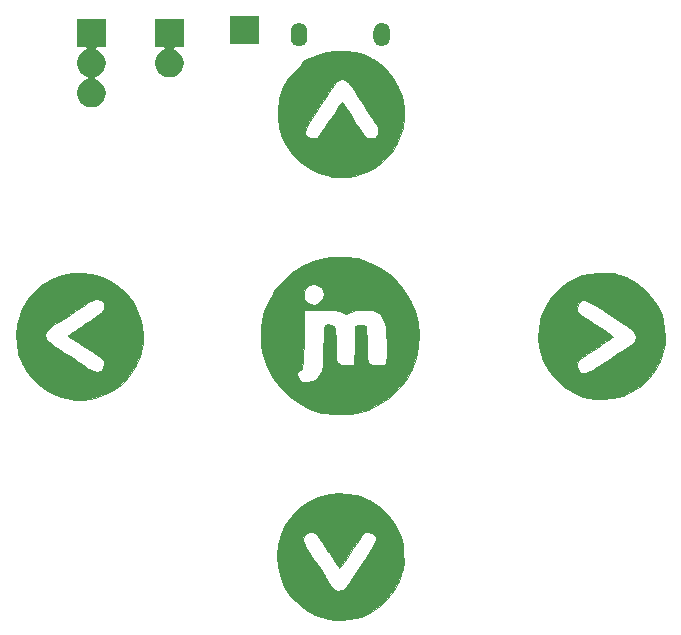
<source format=gbr>
G04 #@! TF.GenerationSoftware,KiCad,Pcbnew,(5.0.1-3-g963ef8bb5)*
G04 #@! TF.CreationDate,2018-11-30T08:58:15+00:00*
G04 #@! TF.ProjectId,invitation,696E7669746174696F6E2E6B69636164,rev?*
G04 #@! TF.SameCoordinates,Original*
G04 #@! TF.FileFunction,Soldermask,Top*
G04 #@! TF.FilePolarity,Negative*
%FSLAX46Y46*%
G04 Gerber Fmt 4.6, Leading zero omitted, Abs format (unit mm)*
G04 Created by KiCad (PCBNEW (5.0.1-3-g963ef8bb5)) date Friday, 30 November 2018 at 08:58:15*
%MOMM*%
%LPD*%
G01*
G04 APERTURE LIST*
%ADD10C,0.010000*%
%ADD11C,0.100000*%
G04 APERTURE END LIST*
D10*
G04 #@! TO.C,G\002A\002A\002A*
G36*
X162905010Y-113175816D02*
X163598117Y-113284234D01*
X163974023Y-113392401D01*
X164866508Y-113791470D01*
X165656966Y-114316389D01*
X166334172Y-114955851D01*
X166886901Y-115698552D01*
X167303925Y-116533183D01*
X167422374Y-116865505D01*
X167568786Y-117488148D01*
X167647025Y-118188269D01*
X167653991Y-118896989D01*
X167586583Y-119545430D01*
X167550906Y-119720000D01*
X167268418Y-120570574D01*
X166841858Y-121364402D01*
X166290466Y-122082096D01*
X165633478Y-122704271D01*
X164890135Y-123211540D01*
X164079673Y-123584517D01*
X163564666Y-123736842D01*
X163049079Y-123818740D01*
X162445109Y-123854036D01*
X161823536Y-123842816D01*
X161255143Y-123785166D01*
X160990895Y-123733712D01*
X160169057Y-123451008D01*
X159390004Y-123020770D01*
X158679430Y-122463932D01*
X158063032Y-121801429D01*
X157566506Y-121054195D01*
X157467256Y-120863000D01*
X157162961Y-120099162D01*
X156991393Y-119298651D01*
X156942412Y-118450000D01*
X157028648Y-117513130D01*
X157154958Y-117048489D01*
X159162000Y-117048489D01*
X159172415Y-117186697D01*
X159211908Y-117336042D01*
X159292846Y-117519532D01*
X159427597Y-117760176D01*
X159628529Y-118080979D01*
X159908010Y-118504952D01*
X160093333Y-118781018D01*
X160379025Y-119206654D01*
X160629258Y-119582546D01*
X160829679Y-119886875D01*
X160965933Y-120097824D01*
X161023665Y-120193575D01*
X161024666Y-120196609D01*
X161073048Y-120299647D01*
X161197500Y-120491751D01*
X161366985Y-120730831D01*
X161550463Y-120974799D01*
X161716897Y-121181566D01*
X161835247Y-121309044D01*
X161857554Y-121326019D01*
X162140934Y-121405489D01*
X162448611Y-121365899D01*
X162603742Y-121289063D01*
X162708279Y-121179058D01*
X162885357Y-120953195D01*
X163115595Y-120637830D01*
X163379614Y-120259317D01*
X163584341Y-119955563D01*
X164062416Y-119234937D01*
X164453411Y-118640919D01*
X164764085Y-118159163D01*
X165001196Y-117775322D01*
X165171503Y-117475051D01*
X165281764Y-117244004D01*
X165338738Y-117067833D01*
X165349184Y-116932193D01*
X165319859Y-116822738D01*
X165257523Y-116725121D01*
X165168933Y-116624996D01*
X165158574Y-116613956D01*
X164948926Y-116482013D01*
X164674180Y-116416225D01*
X164411405Y-116428147D01*
X164283864Y-116482796D01*
X164216408Y-116566933D01*
X164073860Y-116766805D01*
X163873723Y-117056373D01*
X163633499Y-117409599D01*
X163370693Y-117800443D01*
X163102807Y-118202868D01*
X162847344Y-118590833D01*
X162621809Y-118938302D01*
X162443704Y-119219235D01*
X162435057Y-119233166D01*
X162318573Y-119393201D01*
X162232547Y-119464281D01*
X162229214Y-119464507D01*
X162166237Y-119396296D01*
X162027256Y-119207179D01*
X161827383Y-118918982D01*
X161581728Y-118553533D01*
X161305400Y-118132656D01*
X161278666Y-118091453D01*
X160992680Y-117654154D01*
X160729046Y-117258340D01*
X160504852Y-116929093D01*
X160337186Y-116691498D01*
X160243134Y-116570637D01*
X160241500Y-116568945D01*
X160027670Y-116454283D01*
X159743184Y-116421632D01*
X159466035Y-116471906D01*
X159316833Y-116558122D01*
X159191639Y-116783651D01*
X159162000Y-117048489D01*
X157154958Y-117048489D01*
X157269260Y-116628025D01*
X157653484Y-115809012D01*
X158170551Y-115070417D01*
X158809696Y-114426568D01*
X159560153Y-113891791D01*
X160411155Y-113480412D01*
X160770666Y-113355678D01*
X161430546Y-113210842D01*
X162162240Y-113151120D01*
X162905010Y-113175816D01*
X162905010Y-113175816D01*
G37*
X162905010Y-113175816D02*
X163598117Y-113284234D01*
X163974023Y-113392401D01*
X164866508Y-113791470D01*
X165656966Y-114316389D01*
X166334172Y-114955851D01*
X166886901Y-115698552D01*
X167303925Y-116533183D01*
X167422374Y-116865505D01*
X167568786Y-117488148D01*
X167647025Y-118188269D01*
X167653991Y-118896989D01*
X167586583Y-119545430D01*
X167550906Y-119720000D01*
X167268418Y-120570574D01*
X166841858Y-121364402D01*
X166290466Y-122082096D01*
X165633478Y-122704271D01*
X164890135Y-123211540D01*
X164079673Y-123584517D01*
X163564666Y-123736842D01*
X163049079Y-123818740D01*
X162445109Y-123854036D01*
X161823536Y-123842816D01*
X161255143Y-123785166D01*
X160990895Y-123733712D01*
X160169057Y-123451008D01*
X159390004Y-123020770D01*
X158679430Y-122463932D01*
X158063032Y-121801429D01*
X157566506Y-121054195D01*
X157467256Y-120863000D01*
X157162961Y-120099162D01*
X156991393Y-119298651D01*
X156942412Y-118450000D01*
X157028648Y-117513130D01*
X157154958Y-117048489D01*
X159162000Y-117048489D01*
X159172415Y-117186697D01*
X159211908Y-117336042D01*
X159292846Y-117519532D01*
X159427597Y-117760176D01*
X159628529Y-118080979D01*
X159908010Y-118504952D01*
X160093333Y-118781018D01*
X160379025Y-119206654D01*
X160629258Y-119582546D01*
X160829679Y-119886875D01*
X160965933Y-120097824D01*
X161023665Y-120193575D01*
X161024666Y-120196609D01*
X161073048Y-120299647D01*
X161197500Y-120491751D01*
X161366985Y-120730831D01*
X161550463Y-120974799D01*
X161716897Y-121181566D01*
X161835247Y-121309044D01*
X161857554Y-121326019D01*
X162140934Y-121405489D01*
X162448611Y-121365899D01*
X162603742Y-121289063D01*
X162708279Y-121179058D01*
X162885357Y-120953195D01*
X163115595Y-120637830D01*
X163379614Y-120259317D01*
X163584341Y-119955563D01*
X164062416Y-119234937D01*
X164453411Y-118640919D01*
X164764085Y-118159163D01*
X165001196Y-117775322D01*
X165171503Y-117475051D01*
X165281764Y-117244004D01*
X165338738Y-117067833D01*
X165349184Y-116932193D01*
X165319859Y-116822738D01*
X165257523Y-116725121D01*
X165168933Y-116624996D01*
X165158574Y-116613956D01*
X164948926Y-116482013D01*
X164674180Y-116416225D01*
X164411405Y-116428147D01*
X164283864Y-116482796D01*
X164216408Y-116566933D01*
X164073860Y-116766805D01*
X163873723Y-117056373D01*
X163633499Y-117409599D01*
X163370693Y-117800443D01*
X163102807Y-118202868D01*
X162847344Y-118590833D01*
X162621809Y-118938302D01*
X162443704Y-119219235D01*
X162435057Y-119233166D01*
X162318573Y-119393201D01*
X162232547Y-119464281D01*
X162229214Y-119464507D01*
X162166237Y-119396296D01*
X162027256Y-119207179D01*
X161827383Y-118918982D01*
X161581728Y-118553533D01*
X161305400Y-118132656D01*
X161278666Y-118091453D01*
X160992680Y-117654154D01*
X160729046Y-117258340D01*
X160504852Y-116929093D01*
X160337186Y-116691498D01*
X160243134Y-116570637D01*
X160241500Y-116568945D01*
X160027670Y-116454283D01*
X159743184Y-116421632D01*
X159466035Y-116471906D01*
X159316833Y-116558122D01*
X159191639Y-116783651D01*
X159162000Y-117048489D01*
X157154958Y-117048489D01*
X157269260Y-116628025D01*
X157653484Y-115809012D01*
X158170551Y-115070417D01*
X158809696Y-114426568D01*
X159560153Y-113891791D01*
X160411155Y-113480412D01*
X160770666Y-113355678D01*
X161430546Y-113210842D01*
X162162240Y-113151120D01*
X162905010Y-113175816D01*
G36*
X185465430Y-94528083D02*
X185640000Y-94563759D01*
X186490574Y-94846248D01*
X187284402Y-95272807D01*
X188002096Y-95824200D01*
X188624271Y-96481187D01*
X189131540Y-97224531D01*
X189504517Y-98034993D01*
X189656842Y-98550000D01*
X189749012Y-99135878D01*
X189780937Y-99800906D01*
X189752598Y-100467350D01*
X189663974Y-101057475D01*
X189657504Y-101085522D01*
X189372416Y-101940486D01*
X188947311Y-102723025D01*
X188400216Y-103420660D01*
X187749156Y-104020916D01*
X187012157Y-104511315D01*
X186207244Y-104879380D01*
X185352443Y-105112635D01*
X184465779Y-105198602D01*
X183775451Y-105156941D01*
X182849520Y-104953480D01*
X181989725Y-104601006D01*
X181210505Y-104111756D01*
X180526302Y-103497966D01*
X179951557Y-102771874D01*
X179500712Y-101945717D01*
X179275678Y-101344000D01*
X179130842Y-100684120D01*
X179071120Y-99952425D01*
X179095816Y-99209655D01*
X179204234Y-98516549D01*
X179312401Y-98140643D01*
X179625471Y-97440486D01*
X182336225Y-97440486D01*
X182348147Y-97703261D01*
X182402796Y-97830802D01*
X182486933Y-97898257D01*
X182686805Y-98040805D01*
X182976373Y-98240943D01*
X183329599Y-98481167D01*
X183720443Y-98743973D01*
X184122868Y-99011859D01*
X184510833Y-99267321D01*
X184858302Y-99492857D01*
X185139235Y-99670962D01*
X185153166Y-99679609D01*
X185313201Y-99796093D01*
X185384281Y-99882118D01*
X185384507Y-99885451D01*
X185316296Y-99948429D01*
X185127179Y-100087409D01*
X184838982Y-100287282D01*
X184473533Y-100532938D01*
X184052656Y-100809266D01*
X184011453Y-100836000D01*
X183574154Y-101121986D01*
X183178340Y-101385620D01*
X182849093Y-101609813D01*
X182611498Y-101777480D01*
X182490637Y-101871532D01*
X182488945Y-101873166D01*
X182374283Y-102086996D01*
X182341632Y-102371481D01*
X182391906Y-102648631D01*
X182478122Y-102797833D01*
X182703651Y-102923026D01*
X182968489Y-102952666D01*
X183106697Y-102942250D01*
X183256042Y-102902758D01*
X183439532Y-102821820D01*
X183680176Y-102687069D01*
X184000979Y-102486137D01*
X184424952Y-102206655D01*
X184701018Y-102021333D01*
X185126654Y-101735641D01*
X185502546Y-101485408D01*
X185806875Y-101284987D01*
X186017824Y-101148733D01*
X186113575Y-101091000D01*
X186116609Y-101090000D01*
X186223982Y-101040771D01*
X186418970Y-100914077D01*
X186659558Y-100741405D01*
X186903734Y-100554243D01*
X187109484Y-100384076D01*
X187234795Y-100262393D01*
X187250244Y-100240384D01*
X187329251Y-99929879D01*
X187267487Y-99614365D01*
X187209063Y-99510924D01*
X187099058Y-99406386D01*
X186873195Y-99229309D01*
X186557830Y-98999070D01*
X186179317Y-98735052D01*
X185875563Y-98530325D01*
X185154937Y-98052250D01*
X184560919Y-97661255D01*
X184079163Y-97350581D01*
X183695322Y-97113469D01*
X183395051Y-96943162D01*
X183164004Y-96832901D01*
X182987833Y-96775927D01*
X182852193Y-96765482D01*
X182742738Y-96794807D01*
X182645121Y-96857143D01*
X182544996Y-96945733D01*
X182533956Y-96956091D01*
X182402013Y-97165740D01*
X182336225Y-97440486D01*
X179625471Y-97440486D01*
X179711470Y-97248158D01*
X180236389Y-96457699D01*
X180875851Y-95780493D01*
X181618552Y-95227765D01*
X182453183Y-94810740D01*
X182785505Y-94692291D01*
X183408148Y-94545880D01*
X184108269Y-94467640D01*
X184816989Y-94460674D01*
X185465430Y-94528083D01*
X185465430Y-94528083D01*
G37*
X185465430Y-94528083D02*
X185640000Y-94563759D01*
X186490574Y-94846248D01*
X187284402Y-95272807D01*
X188002096Y-95824200D01*
X188624271Y-96481187D01*
X189131540Y-97224531D01*
X189504517Y-98034993D01*
X189656842Y-98550000D01*
X189749012Y-99135878D01*
X189780937Y-99800906D01*
X189752598Y-100467350D01*
X189663974Y-101057475D01*
X189657504Y-101085522D01*
X189372416Y-101940486D01*
X188947311Y-102723025D01*
X188400216Y-103420660D01*
X187749156Y-104020916D01*
X187012157Y-104511315D01*
X186207244Y-104879380D01*
X185352443Y-105112635D01*
X184465779Y-105198602D01*
X183775451Y-105156941D01*
X182849520Y-104953480D01*
X181989725Y-104601006D01*
X181210505Y-104111756D01*
X180526302Y-103497966D01*
X179951557Y-102771874D01*
X179500712Y-101945717D01*
X179275678Y-101344000D01*
X179130842Y-100684120D01*
X179071120Y-99952425D01*
X179095816Y-99209655D01*
X179204234Y-98516549D01*
X179312401Y-98140643D01*
X179625471Y-97440486D01*
X182336225Y-97440486D01*
X182348147Y-97703261D01*
X182402796Y-97830802D01*
X182486933Y-97898257D01*
X182686805Y-98040805D01*
X182976373Y-98240943D01*
X183329599Y-98481167D01*
X183720443Y-98743973D01*
X184122868Y-99011859D01*
X184510833Y-99267321D01*
X184858302Y-99492857D01*
X185139235Y-99670962D01*
X185153166Y-99679609D01*
X185313201Y-99796093D01*
X185384281Y-99882118D01*
X185384507Y-99885451D01*
X185316296Y-99948429D01*
X185127179Y-100087409D01*
X184838982Y-100287282D01*
X184473533Y-100532938D01*
X184052656Y-100809266D01*
X184011453Y-100836000D01*
X183574154Y-101121986D01*
X183178340Y-101385620D01*
X182849093Y-101609813D01*
X182611498Y-101777480D01*
X182490637Y-101871532D01*
X182488945Y-101873166D01*
X182374283Y-102086996D01*
X182341632Y-102371481D01*
X182391906Y-102648631D01*
X182478122Y-102797833D01*
X182703651Y-102923026D01*
X182968489Y-102952666D01*
X183106697Y-102942250D01*
X183256042Y-102902758D01*
X183439532Y-102821820D01*
X183680176Y-102687069D01*
X184000979Y-102486137D01*
X184424952Y-102206655D01*
X184701018Y-102021333D01*
X185126654Y-101735641D01*
X185502546Y-101485408D01*
X185806875Y-101284987D01*
X186017824Y-101148733D01*
X186113575Y-101091000D01*
X186116609Y-101090000D01*
X186223982Y-101040771D01*
X186418970Y-100914077D01*
X186659558Y-100741405D01*
X186903734Y-100554243D01*
X187109484Y-100384076D01*
X187234795Y-100262393D01*
X187250244Y-100240384D01*
X187329251Y-99929879D01*
X187267487Y-99614365D01*
X187209063Y-99510924D01*
X187099058Y-99406386D01*
X186873195Y-99229309D01*
X186557830Y-98999070D01*
X186179317Y-98735052D01*
X185875563Y-98530325D01*
X185154937Y-98052250D01*
X184560919Y-97661255D01*
X184079163Y-97350581D01*
X183695322Y-97113469D01*
X183395051Y-96943162D01*
X183164004Y-96832901D01*
X182987833Y-96775927D01*
X182852193Y-96765482D01*
X182742738Y-96794807D01*
X182645121Y-96857143D01*
X182544996Y-96945733D01*
X182533956Y-96956091D01*
X182402013Y-97165740D01*
X182336225Y-97440486D01*
X179625471Y-97440486D01*
X179711470Y-97248158D01*
X180236389Y-96457699D01*
X180875851Y-95780493D01*
X181618552Y-95227765D01*
X182453183Y-94810740D01*
X182785505Y-94692291D01*
X183408148Y-94545880D01*
X184108269Y-94467640D01*
X184816989Y-94460674D01*
X185465430Y-94528083D01*
G36*
X141298524Y-94596623D02*
X142158751Y-94849985D01*
X142988777Y-95253521D01*
X143606156Y-95676492D01*
X144254718Y-96290941D01*
X144795698Y-97026365D01*
X145215985Y-97863208D01*
X145378988Y-98320666D01*
X145523824Y-98980546D01*
X145583546Y-99712240D01*
X145558850Y-100455010D01*
X145450431Y-101148117D01*
X145342265Y-101524023D01*
X144944227Y-102424278D01*
X144426619Y-103206619D01*
X143783835Y-103878375D01*
X143199750Y-104325088D01*
X142411837Y-104754090D01*
X141546952Y-105049501D01*
X140642274Y-105202800D01*
X139734985Y-105205470D01*
X139480333Y-105177353D01*
X138617030Y-104988883D01*
X137827459Y-104664771D01*
X137089326Y-104193590D01*
X136429631Y-103613534D01*
X135810799Y-102895863D01*
X135352219Y-102132238D01*
X135048125Y-101308739D01*
X134892751Y-100411446D01*
X134868502Y-99844666D01*
X134876944Y-99735927D01*
X137325387Y-99735927D01*
X137388497Y-100052699D01*
X137446827Y-100155489D01*
X137553218Y-100254502D01*
X137778784Y-100428787D01*
X138100456Y-100661749D01*
X138495163Y-100936790D01*
X138939836Y-101237313D01*
X139076660Y-101328060D01*
X139554503Y-101643731D01*
X140012321Y-101946398D01*
X140421168Y-102216907D01*
X140752095Y-102436104D01*
X140976156Y-102584835D01*
X141004333Y-102603597D01*
X141400732Y-102816528D01*
X141732554Y-102879422D01*
X142011570Y-102793388D01*
X142120709Y-102708574D01*
X142252652Y-102498926D01*
X142318441Y-102224180D01*
X142306519Y-101961405D01*
X142251870Y-101833864D01*
X142167733Y-101766408D01*
X141967861Y-101623860D01*
X141678293Y-101423723D01*
X141325067Y-101183499D01*
X140934223Y-100920693D01*
X140531798Y-100652807D01*
X140143832Y-100397344D01*
X139796364Y-100171809D01*
X139515431Y-99993704D01*
X139501500Y-99985057D01*
X139341465Y-99868573D01*
X139270385Y-99782547D01*
X139270158Y-99779214D01*
X139338370Y-99716237D01*
X139527487Y-99577256D01*
X139815683Y-99377383D01*
X140181133Y-99131728D01*
X140602010Y-98855400D01*
X140643213Y-98828666D01*
X141080511Y-98542680D01*
X141476326Y-98279046D01*
X141805572Y-98054852D01*
X142043168Y-97887186D01*
X142164029Y-97793134D01*
X142165721Y-97791500D01*
X142280383Y-97577670D01*
X142313033Y-97293184D01*
X142262760Y-97016035D01*
X142176544Y-96866833D01*
X141951014Y-96741639D01*
X141686177Y-96712000D01*
X141547969Y-96722415D01*
X141398624Y-96761908D01*
X141215133Y-96842846D01*
X140974490Y-96977597D01*
X140653686Y-97178529D01*
X140229713Y-97458010D01*
X139953648Y-97643333D01*
X139528012Y-97929025D01*
X139152120Y-98179258D01*
X138847790Y-98379679D01*
X138636841Y-98515933D01*
X138541091Y-98573665D01*
X138538057Y-98574666D01*
X138430683Y-98623895D01*
X138235696Y-98750588D01*
X137995107Y-98923260D01*
X137750932Y-99110423D01*
X137545182Y-99280590D01*
X137419870Y-99402273D01*
X137404422Y-99424281D01*
X137325387Y-99735927D01*
X134876944Y-99735927D01*
X134941902Y-98899286D01*
X135163536Y-98029751D01*
X135379902Y-97517177D01*
X135866606Y-96706790D01*
X136459805Y-96015990D01*
X137142413Y-95448600D01*
X137897341Y-95008444D01*
X138707504Y-94699345D01*
X139555813Y-94525126D01*
X140425182Y-94489611D01*
X141298524Y-94596623D01*
X141298524Y-94596623D01*
G37*
X141298524Y-94596623D02*
X142158751Y-94849985D01*
X142988777Y-95253521D01*
X143606156Y-95676492D01*
X144254718Y-96290941D01*
X144795698Y-97026365D01*
X145215985Y-97863208D01*
X145378988Y-98320666D01*
X145523824Y-98980546D01*
X145583546Y-99712240D01*
X145558850Y-100455010D01*
X145450431Y-101148117D01*
X145342265Y-101524023D01*
X144944227Y-102424278D01*
X144426619Y-103206619D01*
X143783835Y-103878375D01*
X143199750Y-104325088D01*
X142411837Y-104754090D01*
X141546952Y-105049501D01*
X140642274Y-105202800D01*
X139734985Y-105205470D01*
X139480333Y-105177353D01*
X138617030Y-104988883D01*
X137827459Y-104664771D01*
X137089326Y-104193590D01*
X136429631Y-103613534D01*
X135810799Y-102895863D01*
X135352219Y-102132238D01*
X135048125Y-101308739D01*
X134892751Y-100411446D01*
X134868502Y-99844666D01*
X134876944Y-99735927D01*
X137325387Y-99735927D01*
X137388497Y-100052699D01*
X137446827Y-100155489D01*
X137553218Y-100254502D01*
X137778784Y-100428787D01*
X138100456Y-100661749D01*
X138495163Y-100936790D01*
X138939836Y-101237313D01*
X139076660Y-101328060D01*
X139554503Y-101643731D01*
X140012321Y-101946398D01*
X140421168Y-102216907D01*
X140752095Y-102436104D01*
X140976156Y-102584835D01*
X141004333Y-102603597D01*
X141400732Y-102816528D01*
X141732554Y-102879422D01*
X142011570Y-102793388D01*
X142120709Y-102708574D01*
X142252652Y-102498926D01*
X142318441Y-102224180D01*
X142306519Y-101961405D01*
X142251870Y-101833864D01*
X142167733Y-101766408D01*
X141967861Y-101623860D01*
X141678293Y-101423723D01*
X141325067Y-101183499D01*
X140934223Y-100920693D01*
X140531798Y-100652807D01*
X140143832Y-100397344D01*
X139796364Y-100171809D01*
X139515431Y-99993704D01*
X139501500Y-99985057D01*
X139341465Y-99868573D01*
X139270385Y-99782547D01*
X139270158Y-99779214D01*
X139338370Y-99716237D01*
X139527487Y-99577256D01*
X139815683Y-99377383D01*
X140181133Y-99131728D01*
X140602010Y-98855400D01*
X140643213Y-98828666D01*
X141080511Y-98542680D01*
X141476326Y-98279046D01*
X141805572Y-98054852D01*
X142043168Y-97887186D01*
X142164029Y-97793134D01*
X142165721Y-97791500D01*
X142280383Y-97577670D01*
X142313033Y-97293184D01*
X142262760Y-97016035D01*
X142176544Y-96866833D01*
X141951014Y-96741639D01*
X141686177Y-96712000D01*
X141547969Y-96722415D01*
X141398624Y-96761908D01*
X141215133Y-96842846D01*
X140974490Y-96977597D01*
X140653686Y-97178529D01*
X140229713Y-97458010D01*
X139953648Y-97643333D01*
X139528012Y-97929025D01*
X139152120Y-98179258D01*
X138847790Y-98379679D01*
X138636841Y-98515933D01*
X138541091Y-98573665D01*
X138538057Y-98574666D01*
X138430683Y-98623895D01*
X138235696Y-98750588D01*
X137995107Y-98923260D01*
X137750932Y-99110423D01*
X137545182Y-99280590D01*
X137419870Y-99402273D01*
X137404422Y-99424281D01*
X137325387Y-99735927D01*
X134876944Y-99735927D01*
X134941902Y-98899286D01*
X135163536Y-98029751D01*
X135379902Y-97517177D01*
X135866606Y-96706790D01*
X136459805Y-96015990D01*
X137142413Y-95448600D01*
X137897341Y-95008444D01*
X138707504Y-94699345D01*
X139555813Y-94525126D01*
X140425182Y-94489611D01*
X141298524Y-94596623D01*
G36*
X162801355Y-75664523D02*
X163656624Y-75796793D01*
X164450157Y-76048128D01*
X164697489Y-76159902D01*
X165508040Y-76647812D01*
X166201962Y-77246440D01*
X166773513Y-77938526D01*
X167216949Y-78706810D01*
X167526528Y-79534033D01*
X167696507Y-80402935D01*
X167721142Y-81296258D01*
X167594692Y-82196740D01*
X167311413Y-83087123D01*
X167132371Y-83477666D01*
X166651562Y-84246290D01*
X166039353Y-84923130D01*
X165316369Y-85490980D01*
X164503239Y-85932632D01*
X163936333Y-86143821D01*
X163504168Y-86245948D01*
X162987377Y-86320323D01*
X162443376Y-86363005D01*
X161929580Y-86370052D01*
X161503406Y-86337525D01*
X161395478Y-86318235D01*
X160465632Y-86037513D01*
X159616165Y-85619451D01*
X158860966Y-85076321D01*
X158213927Y-84420395D01*
X157688940Y-83663944D01*
X157299894Y-82819242D01*
X157242291Y-82649161D01*
X157226610Y-82582473D01*
X159315482Y-82582473D01*
X159344807Y-82691928D01*
X159407143Y-82789545D01*
X159495733Y-82889670D01*
X159506091Y-82900709D01*
X159715740Y-83032652D01*
X159990486Y-83098441D01*
X160253261Y-83086519D01*
X160380802Y-83031870D01*
X160448257Y-82947733D01*
X160590805Y-82747861D01*
X160790943Y-82458293D01*
X161031167Y-82105067D01*
X161293973Y-81714223D01*
X161561859Y-81311798D01*
X161817321Y-80923832D01*
X162042857Y-80576364D01*
X162220962Y-80295431D01*
X162229609Y-80281500D01*
X162346093Y-80121465D01*
X162432118Y-80050385D01*
X162435451Y-80050158D01*
X162498429Y-80118370D01*
X162637409Y-80307487D01*
X162837282Y-80595683D01*
X163082938Y-80961133D01*
X163359266Y-81382010D01*
X163386000Y-81423213D01*
X163671986Y-81860511D01*
X163935620Y-82256326D01*
X164159813Y-82585572D01*
X164327480Y-82823168D01*
X164421532Y-82944029D01*
X164423166Y-82945721D01*
X164636996Y-83060383D01*
X164921481Y-83093033D01*
X165198631Y-83042760D01*
X165347833Y-82956544D01*
X165473026Y-82731014D01*
X165502666Y-82466177D01*
X165492250Y-82327969D01*
X165452758Y-82178624D01*
X165371820Y-81995133D01*
X165237069Y-81754490D01*
X165036137Y-81433686D01*
X164756655Y-81009713D01*
X164571333Y-80733648D01*
X164285641Y-80308012D01*
X164035408Y-79932120D01*
X163834987Y-79627790D01*
X163698733Y-79416841D01*
X163641000Y-79321091D01*
X163640000Y-79318057D01*
X163590771Y-79210683D01*
X163464077Y-79015696D01*
X163291405Y-78775107D01*
X163104243Y-78530932D01*
X162934076Y-78325182D01*
X162812393Y-78199870D01*
X162790384Y-78184422D01*
X162479879Y-78105414D01*
X162164365Y-78167179D01*
X162060924Y-78225603D01*
X161956386Y-78335608D01*
X161779309Y-78561470D01*
X161549070Y-78876836D01*
X161285052Y-79255349D01*
X161080325Y-79559103D01*
X160602250Y-80279729D01*
X160211255Y-80873747D01*
X159900581Y-81355503D01*
X159663469Y-81739343D01*
X159493162Y-82039614D01*
X159382901Y-82270662D01*
X159325927Y-82446833D01*
X159315482Y-82582473D01*
X157226610Y-82582473D01*
X157095880Y-82026518D01*
X157017640Y-81326397D01*
X157010674Y-80617677D01*
X157078083Y-79969236D01*
X157113759Y-79794666D01*
X157396248Y-78944091D01*
X157822807Y-78150264D01*
X158374200Y-77432570D01*
X159031187Y-76810395D01*
X159774531Y-76303126D01*
X160584993Y-75930149D01*
X161100000Y-75777823D01*
X161932947Y-75656479D01*
X162801355Y-75664523D01*
X162801355Y-75664523D01*
G37*
X162801355Y-75664523D02*
X163656624Y-75796793D01*
X164450157Y-76048128D01*
X164697489Y-76159902D01*
X165508040Y-76647812D01*
X166201962Y-77246440D01*
X166773513Y-77938526D01*
X167216949Y-78706810D01*
X167526528Y-79534033D01*
X167696507Y-80402935D01*
X167721142Y-81296258D01*
X167594692Y-82196740D01*
X167311413Y-83087123D01*
X167132371Y-83477666D01*
X166651562Y-84246290D01*
X166039353Y-84923130D01*
X165316369Y-85490980D01*
X164503239Y-85932632D01*
X163936333Y-86143821D01*
X163504168Y-86245948D01*
X162987377Y-86320323D01*
X162443376Y-86363005D01*
X161929580Y-86370052D01*
X161503406Y-86337525D01*
X161395478Y-86318235D01*
X160465632Y-86037513D01*
X159616165Y-85619451D01*
X158860966Y-85076321D01*
X158213927Y-84420395D01*
X157688940Y-83663944D01*
X157299894Y-82819242D01*
X157242291Y-82649161D01*
X157226610Y-82582473D01*
X159315482Y-82582473D01*
X159344807Y-82691928D01*
X159407143Y-82789545D01*
X159495733Y-82889670D01*
X159506091Y-82900709D01*
X159715740Y-83032652D01*
X159990486Y-83098441D01*
X160253261Y-83086519D01*
X160380802Y-83031870D01*
X160448257Y-82947733D01*
X160590805Y-82747861D01*
X160790943Y-82458293D01*
X161031167Y-82105067D01*
X161293973Y-81714223D01*
X161561859Y-81311798D01*
X161817321Y-80923832D01*
X162042857Y-80576364D01*
X162220962Y-80295431D01*
X162229609Y-80281500D01*
X162346093Y-80121465D01*
X162432118Y-80050385D01*
X162435451Y-80050158D01*
X162498429Y-80118370D01*
X162637409Y-80307487D01*
X162837282Y-80595683D01*
X163082938Y-80961133D01*
X163359266Y-81382010D01*
X163386000Y-81423213D01*
X163671986Y-81860511D01*
X163935620Y-82256326D01*
X164159813Y-82585572D01*
X164327480Y-82823168D01*
X164421532Y-82944029D01*
X164423166Y-82945721D01*
X164636996Y-83060383D01*
X164921481Y-83093033D01*
X165198631Y-83042760D01*
X165347833Y-82956544D01*
X165473026Y-82731014D01*
X165502666Y-82466177D01*
X165492250Y-82327969D01*
X165452758Y-82178624D01*
X165371820Y-81995133D01*
X165237069Y-81754490D01*
X165036137Y-81433686D01*
X164756655Y-81009713D01*
X164571333Y-80733648D01*
X164285641Y-80308012D01*
X164035408Y-79932120D01*
X163834987Y-79627790D01*
X163698733Y-79416841D01*
X163641000Y-79321091D01*
X163640000Y-79318057D01*
X163590771Y-79210683D01*
X163464077Y-79015696D01*
X163291405Y-78775107D01*
X163104243Y-78530932D01*
X162934076Y-78325182D01*
X162812393Y-78199870D01*
X162790384Y-78184422D01*
X162479879Y-78105414D01*
X162164365Y-78167179D01*
X162060924Y-78225603D01*
X161956386Y-78335608D01*
X161779309Y-78561470D01*
X161549070Y-78876836D01*
X161285052Y-79255349D01*
X161080325Y-79559103D01*
X160602250Y-80279729D01*
X160211255Y-80873747D01*
X159900581Y-81355503D01*
X159663469Y-81739343D01*
X159493162Y-82039614D01*
X159382901Y-82270662D01*
X159325927Y-82446833D01*
X159315482Y-82582473D01*
X157226610Y-82582473D01*
X157095880Y-82026518D01*
X157017640Y-81326397D01*
X157010674Y-80617677D01*
X157078083Y-79969236D01*
X157113759Y-79794666D01*
X157396248Y-78944091D01*
X157822807Y-78150264D01*
X158374200Y-77432570D01*
X159031187Y-76810395D01*
X159774531Y-76303126D01*
X160584993Y-75930149D01*
X161100000Y-75777823D01*
X161932947Y-75656479D01*
X162801355Y-75664523D01*
G36*
X163067989Y-93151201D02*
X163501919Y-93191849D01*
X163764000Y-93242826D01*
X164847228Y-93622621D01*
X165808623Y-94119468D01*
X166650234Y-94734977D01*
X167374111Y-95470760D01*
X167982303Y-96328427D01*
X168209156Y-96735848D01*
X168600018Y-97671662D01*
X168843413Y-98662924D01*
X168938779Y-99682909D01*
X168885560Y-100704891D01*
X168683194Y-101702146D01*
X168332826Y-102644313D01*
X167826547Y-103530719D01*
X167184089Y-104333465D01*
X166425043Y-105035306D01*
X165568997Y-105618994D01*
X164635539Y-106067283D01*
X164314333Y-106182405D01*
X163755842Y-106319377D01*
X163090574Y-106409073D01*
X162374876Y-106449650D01*
X161665095Y-106439264D01*
X161017579Y-106376071D01*
X160643600Y-106302505D01*
X159677246Y-105973386D01*
X158768411Y-105496974D01*
X157937995Y-104890122D01*
X157206899Y-104169680D01*
X156596025Y-103352499D01*
X156427691Y-103052704D01*
X158615684Y-103052704D01*
X158724192Y-103326517D01*
X158726331Y-103330663D01*
X158888738Y-103568206D01*
X159096741Y-103696200D01*
X159395756Y-103735429D01*
X159594817Y-103728169D01*
X159946935Y-103671980D01*
X160197812Y-103547063D01*
X160262485Y-103492980D01*
X160435956Y-103287802D01*
X160608703Y-103014187D01*
X160663082Y-102907333D01*
X160723722Y-102763033D01*
X160769832Y-102606721D01*
X160803954Y-102412002D01*
X160828629Y-102152482D01*
X160846398Y-101801765D01*
X160859804Y-101333456D01*
X160870929Y-100748583D01*
X160886258Y-100068888D01*
X160907006Y-99551606D01*
X160933648Y-99189888D01*
X160966662Y-98976888D01*
X160998847Y-98908379D01*
X161219224Y-98847570D01*
X161489817Y-98868040D01*
X161717787Y-98960468D01*
X161746499Y-98983455D01*
X161804575Y-99051939D01*
X161846168Y-99153363D01*
X161873959Y-99314156D01*
X161890625Y-99560745D01*
X161898845Y-99919560D01*
X161901297Y-100417029D01*
X161901333Y-100511304D01*
X161902144Y-101025743D01*
X161907042Y-101398767D01*
X161919720Y-101658297D01*
X161943875Y-101832250D01*
X161983201Y-101948545D01*
X162041394Y-102035101D01*
X162113019Y-102110716D01*
X162245418Y-102224726D01*
X162388291Y-102285107D01*
X162595445Y-102304683D01*
X162896186Y-102297367D01*
X163467666Y-102272333D01*
X163510000Y-100623254D01*
X163552333Y-98974175D01*
X163785166Y-98892410D01*
X164119745Y-98860268D01*
X164250833Y-98892318D01*
X164483666Y-98973991D01*
X164529200Y-100411495D01*
X164548321Y-100897300D01*
X164572398Y-101331265D01*
X164599137Y-101681918D01*
X164626243Y-101917788D01*
X164644995Y-101999518D01*
X164783800Y-102173431D01*
X165019833Y-102274407D01*
X165382209Y-102313341D01*
X165487175Y-102314666D01*
X165744282Y-102315388D01*
X165933030Y-102302498D01*
X166063945Y-102253411D01*
X166147551Y-102145542D01*
X166194371Y-101956306D01*
X166214930Y-101663119D01*
X166219751Y-101243395D01*
X166219333Y-100743442D01*
X166213876Y-100225063D01*
X166198785Y-99732202D01*
X166175983Y-99303971D01*
X166147390Y-98979480D01*
X166125735Y-98838569D01*
X165944782Y-98379621D01*
X165630791Y-98002004D01*
X165211973Y-97735360D01*
X165005887Y-97661981D01*
X164587134Y-97593707D01*
X164107063Y-97590189D01*
X163633572Y-97646416D01*
X163234558Y-97757373D01*
X163141386Y-97799628D01*
X162936399Y-97897912D01*
X162793662Y-97923069D01*
X162634860Y-97874133D01*
X162464195Y-97791270D01*
X162301693Y-97720757D01*
X162119763Y-97670396D01*
X161885189Y-97636156D01*
X161564753Y-97614005D01*
X161125238Y-97599912D01*
X160843000Y-97594502D01*
X160381670Y-97589872D01*
X159968385Y-97591398D01*
X159638540Y-97598528D01*
X159427533Y-97610709D01*
X159382500Y-97617282D01*
X159192000Y-97661226D01*
X159192000Y-99949817D01*
X159189987Y-100702671D01*
X159182159Y-101304210D01*
X159165831Y-101772423D01*
X159138318Y-102125300D01*
X159096935Y-102380829D01*
X159038997Y-102557000D01*
X158961819Y-102671803D01*
X158862718Y-102743226D01*
X158769595Y-102780038D01*
X158630308Y-102877036D01*
X158615684Y-103052704D01*
X156427691Y-103052704D01*
X156274755Y-102780333D01*
X156004926Y-102195631D01*
X155815275Y-101677555D01*
X155693130Y-101170480D01*
X155625817Y-100618783D01*
X155600661Y-99966839D01*
X155599565Y-99817000D01*
X155613839Y-99134921D01*
X155669521Y-98564241D01*
X155778167Y-98049675D01*
X155951334Y-97535941D01*
X156190910Y-96988181D01*
X156580324Y-96303333D01*
X159192000Y-96303333D01*
X159263325Y-96658333D01*
X159452937Y-96929713D01*
X159724287Y-97102325D01*
X160040830Y-97161025D01*
X160366017Y-97090667D01*
X160637846Y-96902512D01*
X160838377Y-96601097D01*
X160896111Y-96275173D01*
X160826194Y-95961289D01*
X160643770Y-95695990D01*
X160363987Y-95515824D01*
X160038666Y-95456666D01*
X159669972Y-95530839D01*
X159390564Y-95736493D01*
X159225737Y-96048334D01*
X159192000Y-96303333D01*
X156580324Y-96303333D01*
X156725910Y-96047298D01*
X157385516Y-95217269D01*
X158159248Y-94506841D01*
X159036628Y-93924761D01*
X160007175Y-93479775D01*
X160631333Y-93281834D01*
X160995930Y-93213163D01*
X161469395Y-93165173D01*
X162004227Y-93138455D01*
X162552925Y-93133600D01*
X163067989Y-93151201D01*
X163067989Y-93151201D01*
G37*
X163067989Y-93151201D02*
X163501919Y-93191849D01*
X163764000Y-93242826D01*
X164847228Y-93622621D01*
X165808623Y-94119468D01*
X166650234Y-94734977D01*
X167374111Y-95470760D01*
X167982303Y-96328427D01*
X168209156Y-96735848D01*
X168600018Y-97671662D01*
X168843413Y-98662924D01*
X168938779Y-99682909D01*
X168885560Y-100704891D01*
X168683194Y-101702146D01*
X168332826Y-102644313D01*
X167826547Y-103530719D01*
X167184089Y-104333465D01*
X166425043Y-105035306D01*
X165568997Y-105618994D01*
X164635539Y-106067283D01*
X164314333Y-106182405D01*
X163755842Y-106319377D01*
X163090574Y-106409073D01*
X162374876Y-106449650D01*
X161665095Y-106439264D01*
X161017579Y-106376071D01*
X160643600Y-106302505D01*
X159677246Y-105973386D01*
X158768411Y-105496974D01*
X157937995Y-104890122D01*
X157206899Y-104169680D01*
X156596025Y-103352499D01*
X156427691Y-103052704D01*
X158615684Y-103052704D01*
X158724192Y-103326517D01*
X158726331Y-103330663D01*
X158888738Y-103568206D01*
X159096741Y-103696200D01*
X159395756Y-103735429D01*
X159594817Y-103728169D01*
X159946935Y-103671980D01*
X160197812Y-103547063D01*
X160262485Y-103492980D01*
X160435956Y-103287802D01*
X160608703Y-103014187D01*
X160663082Y-102907333D01*
X160723722Y-102763033D01*
X160769832Y-102606721D01*
X160803954Y-102412002D01*
X160828629Y-102152482D01*
X160846398Y-101801765D01*
X160859804Y-101333456D01*
X160870929Y-100748583D01*
X160886258Y-100068888D01*
X160907006Y-99551606D01*
X160933648Y-99189888D01*
X160966662Y-98976888D01*
X160998847Y-98908379D01*
X161219224Y-98847570D01*
X161489817Y-98868040D01*
X161717787Y-98960468D01*
X161746499Y-98983455D01*
X161804575Y-99051939D01*
X161846168Y-99153363D01*
X161873959Y-99314156D01*
X161890625Y-99560745D01*
X161898845Y-99919560D01*
X161901297Y-100417029D01*
X161901333Y-100511304D01*
X161902144Y-101025743D01*
X161907042Y-101398767D01*
X161919720Y-101658297D01*
X161943875Y-101832250D01*
X161983201Y-101948545D01*
X162041394Y-102035101D01*
X162113019Y-102110716D01*
X162245418Y-102224726D01*
X162388291Y-102285107D01*
X162595445Y-102304683D01*
X162896186Y-102297367D01*
X163467666Y-102272333D01*
X163510000Y-100623254D01*
X163552333Y-98974175D01*
X163785166Y-98892410D01*
X164119745Y-98860268D01*
X164250833Y-98892318D01*
X164483666Y-98973991D01*
X164529200Y-100411495D01*
X164548321Y-100897300D01*
X164572398Y-101331265D01*
X164599137Y-101681918D01*
X164626243Y-101917788D01*
X164644995Y-101999518D01*
X164783800Y-102173431D01*
X165019833Y-102274407D01*
X165382209Y-102313341D01*
X165487175Y-102314666D01*
X165744282Y-102315388D01*
X165933030Y-102302498D01*
X166063945Y-102253411D01*
X166147551Y-102145542D01*
X166194371Y-101956306D01*
X166214930Y-101663119D01*
X166219751Y-101243395D01*
X166219333Y-100743442D01*
X166213876Y-100225063D01*
X166198785Y-99732202D01*
X166175983Y-99303971D01*
X166147390Y-98979480D01*
X166125735Y-98838569D01*
X165944782Y-98379621D01*
X165630791Y-98002004D01*
X165211973Y-97735360D01*
X165005887Y-97661981D01*
X164587134Y-97593707D01*
X164107063Y-97590189D01*
X163633572Y-97646416D01*
X163234558Y-97757373D01*
X163141386Y-97799628D01*
X162936399Y-97897912D01*
X162793662Y-97923069D01*
X162634860Y-97874133D01*
X162464195Y-97791270D01*
X162301693Y-97720757D01*
X162119763Y-97670396D01*
X161885189Y-97636156D01*
X161564753Y-97614005D01*
X161125238Y-97599912D01*
X160843000Y-97594502D01*
X160381670Y-97589872D01*
X159968385Y-97591398D01*
X159638540Y-97598528D01*
X159427533Y-97610709D01*
X159382500Y-97617282D01*
X159192000Y-97661226D01*
X159192000Y-99949817D01*
X159189987Y-100702671D01*
X159182159Y-101304210D01*
X159165831Y-101772423D01*
X159138318Y-102125300D01*
X159096935Y-102380829D01*
X159038997Y-102557000D01*
X158961819Y-102671803D01*
X158862718Y-102743226D01*
X158769595Y-102780038D01*
X158630308Y-102877036D01*
X158615684Y-103052704D01*
X156427691Y-103052704D01*
X156274755Y-102780333D01*
X156004926Y-102195631D01*
X155815275Y-101677555D01*
X155693130Y-101170480D01*
X155625817Y-100618783D01*
X155600661Y-99966839D01*
X155599565Y-99817000D01*
X155613839Y-99134921D01*
X155669521Y-98564241D01*
X155778167Y-98049675D01*
X155951334Y-97535941D01*
X156190910Y-96988181D01*
X156580324Y-96303333D01*
X159192000Y-96303333D01*
X159263325Y-96658333D01*
X159452937Y-96929713D01*
X159724287Y-97102325D01*
X160040830Y-97161025D01*
X160366017Y-97090667D01*
X160637846Y-96902512D01*
X160838377Y-96601097D01*
X160896111Y-96275173D01*
X160826194Y-95961289D01*
X160643770Y-95695990D01*
X160363987Y-95515824D01*
X160038666Y-95456666D01*
X159669972Y-95530839D01*
X159390564Y-95736493D01*
X159225737Y-96048334D01*
X159192000Y-96303333D01*
X156580324Y-96303333D01*
X156725910Y-96047298D01*
X157385516Y-95217269D01*
X158159248Y-94506841D01*
X159036628Y-93924761D01*
X160007175Y-93479775D01*
X160631333Y-93281834D01*
X160995930Y-93213163D01*
X161469395Y-93165173D01*
X162004227Y-93138455D01*
X162552925Y-93133600D01*
X163067989Y-93151201D01*
D11*
G36*
X162414183Y-115236900D02*
X162541574Y-115289668D01*
X162656225Y-115366275D01*
X162753725Y-115463775D01*
X162830332Y-115578426D01*
X162883100Y-115705817D01*
X162910000Y-115841055D01*
X162910000Y-115978945D01*
X162883100Y-116114183D01*
X162830332Y-116241574D01*
X162753725Y-116356225D01*
X162656225Y-116453725D01*
X162541574Y-116530332D01*
X162414183Y-116583100D01*
X162278945Y-116610000D01*
X162141055Y-116610000D01*
X162005817Y-116583100D01*
X161878426Y-116530332D01*
X161763775Y-116453725D01*
X161666275Y-116356225D01*
X161589668Y-116241574D01*
X161536900Y-116114183D01*
X161510000Y-115978945D01*
X161510000Y-115841055D01*
X161536900Y-115705817D01*
X161589668Y-115578426D01*
X161666275Y-115463775D01*
X161763775Y-115366275D01*
X161878426Y-115289668D01*
X162005817Y-115236900D01*
X162141055Y-115210000D01*
X162278945Y-115210000D01*
X162414183Y-115236900D01*
X162414183Y-115236900D01*
G37*
G36*
X182034183Y-99146900D02*
X182161574Y-99199668D01*
X182276224Y-99276274D01*
X182373726Y-99373776D01*
X182412379Y-99431625D01*
X182450332Y-99488426D01*
X182503100Y-99615817D01*
X182530000Y-99751055D01*
X182530000Y-99888945D01*
X182503100Y-100024183D01*
X182475185Y-100091574D01*
X182450332Y-100151574D01*
X182377885Y-100260000D01*
X182373725Y-100266225D01*
X182276225Y-100363725D01*
X182161574Y-100440332D01*
X182034183Y-100493100D01*
X181898945Y-100520000D01*
X181761055Y-100520000D01*
X181625817Y-100493100D01*
X181498426Y-100440332D01*
X181383775Y-100363725D01*
X181286275Y-100266225D01*
X181282116Y-100260000D01*
X181209668Y-100151574D01*
X181184815Y-100091574D01*
X181156900Y-100024183D01*
X181130000Y-99888945D01*
X181130000Y-99751055D01*
X181156900Y-99615817D01*
X181209668Y-99488426D01*
X181247621Y-99431625D01*
X181286274Y-99373776D01*
X181383776Y-99276274D01*
X181498426Y-99199668D01*
X181625817Y-99146900D01*
X181761055Y-99120000D01*
X181898945Y-99120000D01*
X182034183Y-99146900D01*
X182034183Y-99146900D01*
G37*
G36*
X142944183Y-99086900D02*
X143071574Y-99139668D01*
X143186224Y-99216274D01*
X143283726Y-99313776D01*
X143322379Y-99371625D01*
X143360332Y-99428426D01*
X143413100Y-99555817D01*
X143440000Y-99691055D01*
X143440000Y-99828945D01*
X143413100Y-99964183D01*
X143374720Y-100056839D01*
X143360332Y-100091574D01*
X143320242Y-100151574D01*
X143283725Y-100206225D01*
X143186225Y-100303725D01*
X143071574Y-100380332D01*
X142944183Y-100433100D01*
X142808945Y-100460000D01*
X142671055Y-100460000D01*
X142535817Y-100433100D01*
X142408426Y-100380332D01*
X142293775Y-100303725D01*
X142196275Y-100206225D01*
X142159759Y-100151574D01*
X142119668Y-100091574D01*
X142105280Y-100056839D01*
X142066900Y-99964183D01*
X142040000Y-99828945D01*
X142040000Y-99691055D01*
X142066900Y-99555817D01*
X142119668Y-99428426D01*
X142157621Y-99371625D01*
X142196274Y-99313776D01*
X142293776Y-99216274D01*
X142408426Y-99139668D01*
X142535817Y-99086900D01*
X142671055Y-99060000D01*
X142808945Y-99060000D01*
X142944183Y-99086900D01*
X142944183Y-99086900D01*
G37*
G36*
X163714183Y-95206900D02*
X163841574Y-95259668D01*
X163956225Y-95336275D01*
X164053725Y-95433775D01*
X164130332Y-95548426D01*
X164183100Y-95675817D01*
X164210000Y-95811055D01*
X164210000Y-95948945D01*
X164183100Y-96084183D01*
X164130332Y-96211574D01*
X164053725Y-96326225D01*
X163956225Y-96423725D01*
X163841574Y-96500332D01*
X163714183Y-96553100D01*
X163578945Y-96580000D01*
X163441055Y-96580000D01*
X163305817Y-96553100D01*
X163178426Y-96500332D01*
X163063775Y-96423725D01*
X162966275Y-96326225D01*
X162889668Y-96211574D01*
X162836900Y-96084183D01*
X162810000Y-95948945D01*
X162810000Y-95811055D01*
X162836900Y-95675817D01*
X162889668Y-95548426D01*
X162966275Y-95433775D01*
X163063775Y-95336275D01*
X163178426Y-95259668D01*
X163305817Y-95206900D01*
X163441055Y-95180000D01*
X163578945Y-95180000D01*
X163714183Y-95206900D01*
X163714183Y-95206900D01*
G37*
G36*
X162574183Y-82846900D02*
X162701574Y-82899668D01*
X162816225Y-82976275D01*
X162913725Y-83073775D01*
X162990332Y-83188426D01*
X163043100Y-83315817D01*
X163070000Y-83451055D01*
X163070000Y-83588945D01*
X163043100Y-83724183D01*
X162990332Y-83851574D01*
X162913725Y-83966225D01*
X162816225Y-84063725D01*
X162701574Y-84140332D01*
X162574183Y-84193100D01*
X162438945Y-84220000D01*
X162301055Y-84220000D01*
X162165817Y-84193100D01*
X162038426Y-84140332D01*
X161923775Y-84063725D01*
X161826275Y-83966225D01*
X161749668Y-83851574D01*
X161696900Y-83724183D01*
X161670000Y-83588945D01*
X161670000Y-83451055D01*
X161696900Y-83315817D01*
X161749668Y-83188426D01*
X161826275Y-83073775D01*
X161923775Y-82976275D01*
X162038426Y-82899668D01*
X162165817Y-82846900D01*
X162301055Y-82820000D01*
X162438945Y-82820000D01*
X162574183Y-82846900D01*
X162574183Y-82846900D01*
G37*
G36*
X142424000Y-75368000D02*
X141753123Y-75368000D01*
X141728737Y-75370402D01*
X141705288Y-75377515D01*
X141683677Y-75389066D01*
X141664735Y-75404612D01*
X141649189Y-75423554D01*
X141637638Y-75445165D01*
X141630525Y-75468614D01*
X141628123Y-75493000D01*
X141630525Y-75517386D01*
X141637638Y-75540835D01*
X141649189Y-75562446D01*
X141664735Y-75581388D01*
X141683677Y-75596934D01*
X141705288Y-75608485D01*
X141792412Y-75644573D01*
X141988958Y-75775901D01*
X142156099Y-75943042D01*
X142287427Y-76139588D01*
X142377885Y-76357974D01*
X142424000Y-76589809D01*
X142424000Y-76826191D01*
X142377885Y-77058026D01*
X142287427Y-77276412D01*
X142156099Y-77472958D01*
X141988958Y-77640099D01*
X141792412Y-77771427D01*
X141572505Y-77862515D01*
X141550894Y-77874066D01*
X141531952Y-77889611D01*
X141516406Y-77908554D01*
X141504855Y-77930164D01*
X141497742Y-77953613D01*
X141495340Y-77978000D01*
X141497742Y-78002386D01*
X141504855Y-78025835D01*
X141516406Y-78047446D01*
X141531951Y-78066388D01*
X141550894Y-78081934D01*
X141572505Y-78093485D01*
X141792412Y-78184573D01*
X141988958Y-78315901D01*
X142156099Y-78483042D01*
X142287427Y-78679588D01*
X142377885Y-78897974D01*
X142424000Y-79129809D01*
X142424000Y-79366191D01*
X142377885Y-79598026D01*
X142287427Y-79816412D01*
X142156099Y-80012958D01*
X141988958Y-80180099D01*
X141792412Y-80311427D01*
X141574026Y-80401885D01*
X141342191Y-80448000D01*
X141105809Y-80448000D01*
X140873974Y-80401885D01*
X140655588Y-80311427D01*
X140459042Y-80180099D01*
X140291901Y-80012958D01*
X140160573Y-79816412D01*
X140070115Y-79598026D01*
X140024000Y-79366191D01*
X140024000Y-79129809D01*
X140070115Y-78897974D01*
X140160573Y-78679588D01*
X140291901Y-78483042D01*
X140459042Y-78315901D01*
X140655588Y-78184573D01*
X140875495Y-78093485D01*
X140897106Y-78081934D01*
X140916048Y-78066389D01*
X140931594Y-78047446D01*
X140943145Y-78025836D01*
X140950258Y-78002387D01*
X140952660Y-77978000D01*
X140950258Y-77953614D01*
X140943145Y-77930165D01*
X140931594Y-77908554D01*
X140916049Y-77889612D01*
X140897106Y-77874066D01*
X140875495Y-77862515D01*
X140655588Y-77771427D01*
X140459042Y-77640099D01*
X140291901Y-77472958D01*
X140160573Y-77276412D01*
X140070115Y-77058026D01*
X140024000Y-76826191D01*
X140024000Y-76589809D01*
X140070115Y-76357974D01*
X140160573Y-76139588D01*
X140291901Y-75943042D01*
X140459042Y-75775901D01*
X140655588Y-75644573D01*
X140742712Y-75608485D01*
X140764323Y-75596934D01*
X140783265Y-75581388D01*
X140798811Y-75562446D01*
X140810362Y-75540835D01*
X140817475Y-75517386D01*
X140819877Y-75493000D01*
X140817475Y-75468614D01*
X140810362Y-75445165D01*
X140798811Y-75423554D01*
X140783265Y-75404612D01*
X140764323Y-75389066D01*
X140742712Y-75377515D01*
X140719263Y-75370402D01*
X140694877Y-75368000D01*
X140024000Y-75368000D01*
X140024000Y-72968000D01*
X142424000Y-72968000D01*
X142424000Y-75368000D01*
X142424000Y-75368000D01*
G37*
G36*
X149028000Y-75368000D02*
X148357123Y-75368000D01*
X148332737Y-75370402D01*
X148309288Y-75377515D01*
X148287677Y-75389066D01*
X148268735Y-75404612D01*
X148253189Y-75423554D01*
X148241638Y-75445165D01*
X148234525Y-75468614D01*
X148232123Y-75493000D01*
X148234525Y-75517386D01*
X148241638Y-75540835D01*
X148253189Y-75562446D01*
X148268735Y-75581388D01*
X148287677Y-75596934D01*
X148309288Y-75608485D01*
X148396412Y-75644573D01*
X148592958Y-75775901D01*
X148760099Y-75943042D01*
X148891427Y-76139588D01*
X148981885Y-76357974D01*
X149028000Y-76589809D01*
X149028000Y-76826191D01*
X148981885Y-77058026D01*
X148891427Y-77276412D01*
X148760099Y-77472958D01*
X148592958Y-77640099D01*
X148396412Y-77771427D01*
X148178026Y-77861885D01*
X147946191Y-77908000D01*
X147709809Y-77908000D01*
X147477974Y-77861885D01*
X147259588Y-77771427D01*
X147063042Y-77640099D01*
X146895901Y-77472958D01*
X146764573Y-77276412D01*
X146674115Y-77058026D01*
X146628000Y-76826191D01*
X146628000Y-76589809D01*
X146674115Y-76357974D01*
X146764573Y-76139588D01*
X146895901Y-75943042D01*
X147063042Y-75775901D01*
X147259588Y-75644573D01*
X147346712Y-75608485D01*
X147368323Y-75596934D01*
X147387265Y-75581388D01*
X147402811Y-75562446D01*
X147414362Y-75540835D01*
X147421475Y-75517386D01*
X147423877Y-75493000D01*
X147421475Y-75468614D01*
X147414362Y-75445165D01*
X147402811Y-75423554D01*
X147387265Y-75404612D01*
X147368323Y-75389066D01*
X147346712Y-75377515D01*
X147323263Y-75370402D01*
X147298877Y-75368000D01*
X146628000Y-75368000D01*
X146628000Y-72968000D01*
X149028000Y-72968000D01*
X149028000Y-75368000D01*
X149028000Y-75368000D01*
G37*
G36*
X160087423Y-76335307D02*
X160214661Y-76373904D01*
X160331924Y-76436582D01*
X160434706Y-76520934D01*
X160519058Y-76623716D01*
X160581736Y-76740979D01*
X160620333Y-76868217D01*
X160633366Y-77000540D01*
X160620333Y-77132863D01*
X160581736Y-77260101D01*
X160519058Y-77377364D01*
X160434706Y-77480146D01*
X160331924Y-77564498D01*
X160214661Y-77627176D01*
X160087423Y-77665773D01*
X159988259Y-77675540D01*
X159621941Y-77675540D01*
X159522777Y-77665773D01*
X159395539Y-77627176D01*
X159278276Y-77564498D01*
X159175494Y-77480146D01*
X159091142Y-77377364D01*
X159028464Y-77260101D01*
X158989867Y-77132863D01*
X158976834Y-77000540D01*
X158989867Y-76868217D01*
X159028464Y-76740979D01*
X159091142Y-76623716D01*
X159175494Y-76520934D01*
X159278276Y-76436582D01*
X159395539Y-76373904D01*
X159522777Y-76335307D01*
X159621941Y-76325540D01*
X159988259Y-76325540D01*
X160087423Y-76335307D01*
X160087423Y-76335307D01*
G37*
G36*
X165087423Y-76335307D02*
X165214661Y-76373904D01*
X165331924Y-76436582D01*
X165434706Y-76520934D01*
X165519058Y-76623716D01*
X165581736Y-76740979D01*
X165620333Y-76868217D01*
X165633366Y-77000540D01*
X165620333Y-77132863D01*
X165581736Y-77260101D01*
X165519058Y-77377364D01*
X165434706Y-77480146D01*
X165331924Y-77564498D01*
X165214661Y-77627176D01*
X165087423Y-77665773D01*
X164988259Y-77675540D01*
X164621941Y-77675540D01*
X164522777Y-77665773D01*
X164395539Y-77627176D01*
X164278276Y-77564498D01*
X164175494Y-77480146D01*
X164091142Y-77377364D01*
X164028464Y-77260101D01*
X163989867Y-77132863D01*
X163976834Y-77000540D01*
X163989867Y-76868217D01*
X164028464Y-76740979D01*
X164091142Y-76623716D01*
X164175494Y-76520934D01*
X164278276Y-76436582D01*
X164395539Y-76373904D01*
X164522777Y-76335307D01*
X164621941Y-76325540D01*
X164988259Y-76325540D01*
X165087423Y-76335307D01*
X165087423Y-76335307D01*
G37*
G36*
X158942324Y-73335668D02*
X159074275Y-73375695D01*
X159195881Y-73440695D01*
X159302470Y-73528170D01*
X159389945Y-73634759D01*
X159454945Y-73756365D01*
X159494972Y-73888316D01*
X159505100Y-73991150D01*
X159505100Y-74609930D01*
X159494972Y-74712764D01*
X159454945Y-74844715D01*
X159389945Y-74966321D01*
X159302469Y-75072910D01*
X159195880Y-75160385D01*
X159074274Y-75225385D01*
X158942323Y-75265412D01*
X158805100Y-75278927D01*
X158667876Y-75265412D01*
X158535925Y-75225385D01*
X158414319Y-75160385D01*
X158307730Y-75072909D01*
X158220255Y-74966320D01*
X158155255Y-74844714D01*
X158115228Y-74712763D01*
X158105100Y-74609929D01*
X158105100Y-73991150D01*
X158115228Y-73888316D01*
X158155255Y-73756365D01*
X158220255Y-73634759D01*
X158307731Y-73528170D01*
X158414320Y-73440695D01*
X158535926Y-73375695D01*
X158667877Y-73335668D01*
X158805100Y-73322153D01*
X158942324Y-73335668D01*
X158942324Y-73335668D01*
G37*
G36*
X165942324Y-73335668D02*
X166074275Y-73375695D01*
X166195881Y-73440695D01*
X166302470Y-73528170D01*
X166389945Y-73634759D01*
X166454945Y-73756365D01*
X166494972Y-73888316D01*
X166505100Y-73991150D01*
X166505100Y-74609930D01*
X166494972Y-74712764D01*
X166454945Y-74844715D01*
X166389945Y-74966321D01*
X166302469Y-75072910D01*
X166195880Y-75160385D01*
X166074274Y-75225385D01*
X165942323Y-75265412D01*
X165805100Y-75278927D01*
X165667876Y-75265412D01*
X165535925Y-75225385D01*
X165414319Y-75160385D01*
X165307730Y-75072909D01*
X165220255Y-74966320D01*
X165155255Y-74844714D01*
X165115228Y-74712763D01*
X165105100Y-74609929D01*
X165105100Y-73991150D01*
X165115228Y-73888316D01*
X165155255Y-73756365D01*
X165220255Y-73634759D01*
X165307731Y-73528170D01*
X165414320Y-73440695D01*
X165535926Y-73375695D01*
X165667877Y-73335668D01*
X165805100Y-73322153D01*
X165942324Y-73335668D01*
X165942324Y-73335668D01*
G37*
G36*
X155378000Y-75114000D02*
X152978000Y-75114000D01*
X152978000Y-72714000D01*
X155378000Y-72714000D01*
X155378000Y-75114000D01*
X155378000Y-75114000D01*
G37*
M02*

</source>
